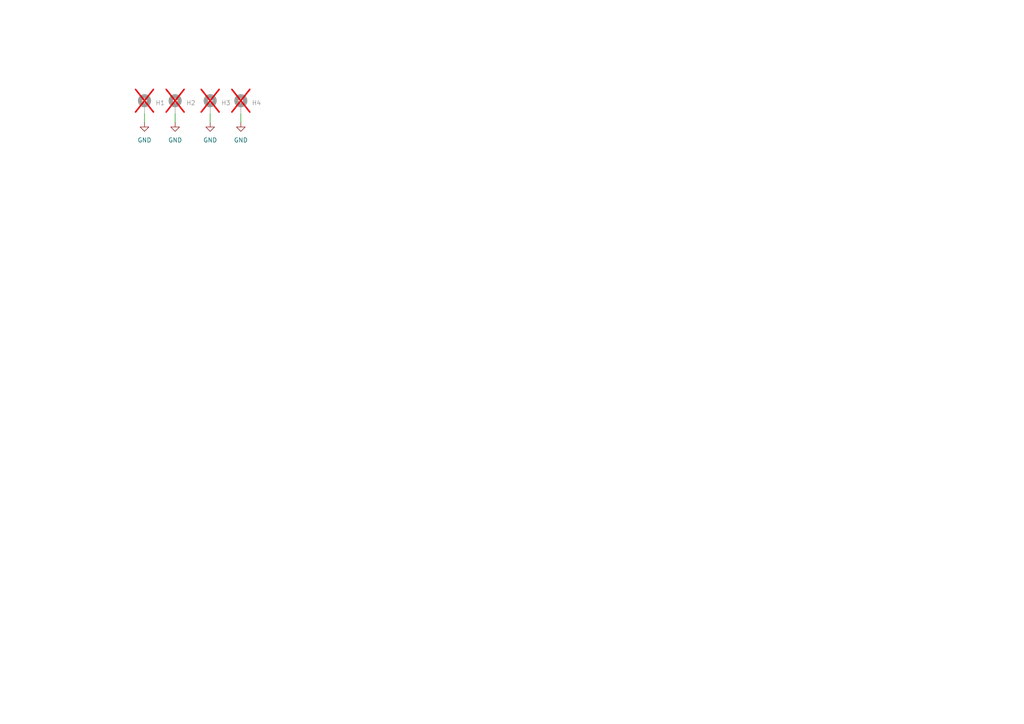
<source format=kicad_sch>
(kicad_sch (version 20231120) (generator "eeschema") (generator_version "8.0")
  (paper "A4")
  (lib_symbols
    (symbol "Mechanical:MountingHole_Pad" (pin_numbers hide) (pin_names (offset 1.016) hide)
      (property "Reference" "H" (at 0 6.35 0))
      (property "Value" "MountingHole_Pad" (at 0 4.445 0))
      (symbol "MountingHole_Pad_0_1"
        (circle (center 0 1.27) (radius 1.27) (stroke (width 1.27)))
      )
      (symbol "MountingHole_Pad_1_1"
        (pin input line (at 0 -2.54 90) (length 2.54) (name "1") (number "1"))
      )
    )
    (symbol "power:GND" (power) (pin_names (offset 0))
      (property "Value" "GND" (at 0 -3.81 0))
      (symbol "GND_0_1"
        (polyline (pts (xy 0 0) (xy 0 -1.27) (xy 1.27 -1.27) (xy 0 -2.54) (xy -1.27 -1.27) (xy 0 -1.27)))
      )
      (symbol "GND_1_1"
        (pin power_in line (at 0 0 270) (length 0) hide (name "GND") (number "1"))
      )
    )
  )
  (wire (pts (xy 41.91 33.02) (xy 41.91 35.56)))
  (wire (pts (xy 60.96 33.02) (xy 60.96 35.56)))
  (wire (pts (xy 69.85 33.02) (xy 69.85 35.56)))
  (wire (pts (xy 50.8 33.02) (xy 50.8 35.56)))
  (symbol (lib_id "power:GND") (at 69.85 35.56 0) (mirror y) (unit 1)
    (property "Reference" "#PWR011" (effects (hide yes)))
    (property "Value" "GND" (at 69.85 40.64 0))
  )
  (symbol (lib_id "Mechanical:MountingHole_Pad") (at 50.8 30.48 0) (unit 1) (dnp yes)
    (property "Reference" "H2" (at 53.975 29.845 0) (effects (justify left)))
    (property "Value" "MountingHole_Pad" (effects (hide yes)))
    (property "Footprint" "MountingHole:MountingHole_4.5mm_Pad" (effects (hide yes)))
  )
  (symbol (lib_id "power:GND") (at 50.8 35.56 0) (mirror y) (unit 1)
    (property "Reference" "#PWR09" (effects (hide yes)))
    (property "Value" "GND" (at 50.8 40.64 0))
  )
  (symbol (lib_id "power:GND") (at 41.91 35.56 0) (mirror y) (unit 1)
    (property "Reference" "#PWR08" (effects (hide yes)))
    (property "Value" "GND" (at 41.91 40.64 0))
  )
  (symbol (lib_id "Mechanical:MountingHole_Pad") (at 60.96 30.48 0) (unit 1) (dnp yes)
    (property "Reference" "H3" (at 64.135 29.845 0) (effects (justify left)))
    (property "Value" "MountingHole_Pad" (effects (hide yes)))
    (property "Footprint" "MountingHole:MountingHole_4.5mm_Pad" (effects (hide yes)))
  )
  (symbol (lib_id "Mechanical:MountingHole_Pad") (at 41.91 30.48 0) (unit 1) (dnp yes)
    (property "Reference" "H1" (at 45.085 29.845 0) (effects (justify left)))
    (property "Value" "MountingHole_Pad" (effects (hide yes)))
    (property "Footprint" "MountingHole:MountingHole_4.5mm_Pad" (effects (hide yes)))
  )
  (symbol (lib_id "power:GND") (at 60.96 35.56 0) (mirror y) (unit 1)
    (property "Reference" "#PWR010" (effects (hide yes)))
    (property "Value" "GND" (at 60.96 40.64 0))
  )
  (symbol (lib_id "Mechanical:MountingHole_Pad") (at 69.85 30.48 0) (unit 1) (dnp yes)
    (property "Reference" "H4" (at 73.025 29.845 0) (effects (justify left)))
    (property "Value" "MountingHole_Pad" (effects (hide yes)))
    (property "Footprint" "MountingHole:MountingHole_4.5mm_Pad" (effects (hide yes)))
  )
)
</source>
